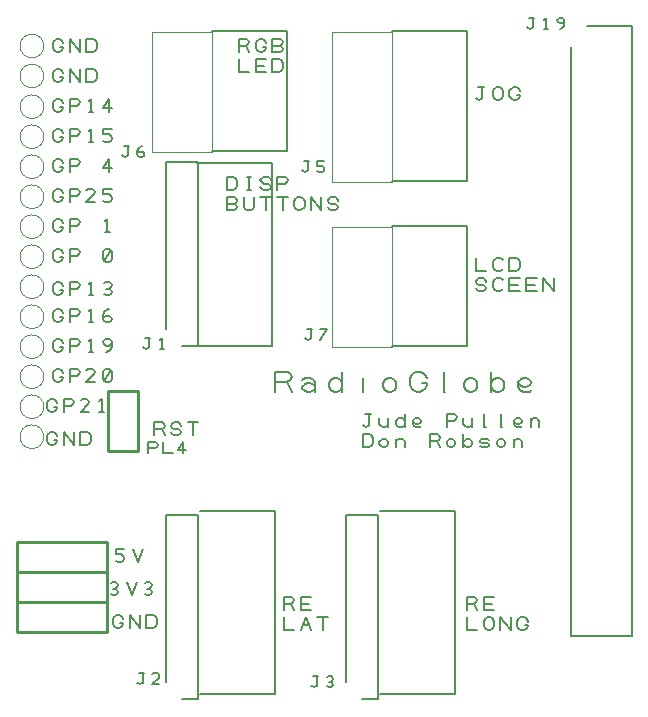
<source format=gbr>
G04 DesignSpark PCB PRO Gerber Version 10.1 Build 5299*
G04 #@! TF.Part,Single*
G04 #@! TF.FileFunction,Legend,Top*
G04 #@! TF.FilePolarity,Positive*
%FSLAX35Y35*%
%MOIN*%
%ADD29C,0.00400*%
%ADD70C,0.00500*%
%ADD26C,0.00560*%
%ADD27C,0.00700*%
%ADD28C,0.00787*%
%ADD11C,0.01000*%
G04 #@! TD.AperFunction*
X0Y0D02*
D02*
D11*
X20272Y37003D02*
X50272D01*
Y47003D01*
X20272D01*
Y37003D01*
Y47003D02*
X50272D01*
Y57003D01*
X20272D01*
Y47003D01*
Y57003D02*
X50272D01*
Y67003D01*
X20272D01*
Y57003D01*
X50772Y117253D02*
Y97253D01*
X60772D01*
Y117253D01*
X50772D01*
D02*
D70*
X55272Y195813D02*
X55585Y195500D01*
X56209Y195187D01*
X56835Y195500D01*
X57147Y195813D01*
Y198937D01*
X57772D01*
X57147D02*
X55897D01*
X60272Y196125D02*
X60585Y196750D01*
X61209Y197063D01*
X61835D01*
X62459Y196750D01*
X62772Y196125D01*
X62459Y195500D01*
X61835Y195187D01*
X61209D01*
X60585Y195500D01*
X60272Y196125D01*
Y197063D01*
X60585Y198000D01*
X61209Y198625D01*
X61835Y198937D01*
X60272Y20059D02*
X60585Y19747D01*
X61209Y19434D01*
X61835Y19747D01*
X62147Y20059D01*
Y23184D01*
X62772D01*
X62147D02*
X60897D01*
X67772Y19434D02*
X65272D01*
X67459Y21622D01*
X67772Y22247D01*
X67459Y22872D01*
X66835Y23184D01*
X65897D01*
X65272Y22872D01*
X62250Y131813D02*
X62563Y131500D01*
X63187Y131187D01*
X63813Y131500D01*
X64125Y131813D01*
Y134937D01*
X64750D01*
X64125D02*
X62875D01*
X67875Y131187D02*
X69125D01*
X68500D02*
Y134937D01*
X67875Y134313D01*
X64022Y96441D02*
Y100191D01*
X66209D01*
X66835Y99878D01*
X67147Y99253D01*
X66835Y98628D01*
X66209Y98316D01*
X64022D01*
X69022Y100191D02*
Y96441D01*
X72147D01*
X75585D02*
Y100191D01*
X74022Y97691D01*
X76522D01*
X80250Y193250D02*
X105250D01*
Y132250D01*
X80250D01*
X81250Y77250D02*
X106250D01*
Y16250D01*
X81250D01*
X85250Y237250D02*
X110250D01*
Y197250D01*
X85250D01*
X115272Y190813D02*
X115585Y190500D01*
X116209Y190187D01*
X116835Y190500D01*
X117147Y190813D01*
Y193937D01*
X117772D01*
X117147D02*
X115897D01*
X120272Y190500D02*
X120897Y190187D01*
X121835D01*
X122459Y190500D01*
X122772Y191125D01*
Y191437D01*
X122459Y192063D01*
X121835Y192375D01*
X120272D01*
Y193937D01*
X122772D01*
X116250Y134813D02*
X116563Y134500D01*
X117187Y134187D01*
X117813Y134500D01*
X118125Y134813D01*
Y137937D01*
X118750D01*
X118125D02*
X116875D01*
X121250Y134187D02*
X123750Y137937D01*
X121250D01*
X118250Y19059D02*
X118563Y18747D01*
X119187Y18434D01*
X119813Y18747D01*
X120125Y19059D01*
Y22184D01*
X120750D01*
X120125D02*
X118875D01*
X123563Y18747D02*
X124187Y18434D01*
X124813D01*
X125437Y18747D01*
X125750Y19372D01*
X125437Y19997D01*
X124813Y20309D01*
X124187D01*
X124813D02*
X125437Y20622D01*
X125750Y21247D01*
X125437Y21872D01*
X124813Y22184D01*
X124187D01*
X123563Y21872D01*
X141250Y77250D02*
X166250D01*
Y16250D01*
X141250D01*
X145250Y172250D02*
X170250D01*
Y132250D01*
X145250D01*
Y237250D02*
X170250D01*
Y187250D01*
X145250D01*
X190272Y238566D02*
X190585Y238253D01*
X191209Y237941D01*
X191835Y238253D01*
X192147Y238566D01*
Y241691D01*
X192772D01*
X192147D02*
X190897D01*
X195897Y237941D02*
X197147D01*
X196522D02*
Y241691D01*
X195897Y241066D01*
X201209Y237941D02*
X201835Y238253D01*
X202459Y238878D01*
X202772Y239816D01*
Y240753D01*
X202459Y241378D01*
X201835Y241691D01*
X201209D01*
X200585Y241378D01*
X200272Y240753D01*
X200585Y240128D01*
X201209Y239816D01*
X201835D01*
X202459Y240128D01*
X202772Y240753D01*
D02*
D26*
X32700Y101050D02*
X33750D01*
Y100700D01*
X33400Y100000D01*
X33050Y99650D01*
X32350Y99300D01*
X31650D01*
X30950Y99650D01*
X30600Y100000D01*
X30250Y100700D01*
Y102100D01*
X30600Y102800D01*
X30950Y103150D01*
X31650Y103500D01*
X32350D01*
X33050Y103150D01*
X33400Y102800D01*
X33750Y102100D01*
X35850Y99300D02*
Y103500D01*
X39350Y99300D01*
Y103500D01*
X41450Y99300D02*
Y103500D01*
X43550D01*
X44250Y103150D01*
X44600Y102800D01*
X44950Y102100D01*
Y100700D01*
X44600Y100000D01*
X44250Y99650D01*
X43550Y99300D01*
X41450D01*
X32722Y112050D02*
X33772D01*
Y111700D01*
X33422Y111000D01*
X33072Y110650D01*
X32372Y110300D01*
X31672D01*
X30972Y110650D01*
X30622Y111000D01*
X30272Y111700D01*
Y113100D01*
X30622Y113800D01*
X30972Y114150D01*
X31672Y114500D01*
X32372D01*
X33072Y114150D01*
X33422Y113800D01*
X33772Y113100D01*
X35872Y110300D02*
Y114500D01*
X38322D01*
X39022Y114150D01*
X39372Y113450D01*
X39022Y112750D01*
X38322Y112400D01*
X35872D01*
X44272Y110300D02*
X41472D01*
X43922Y112750D01*
X44272Y113450D01*
X43922Y114150D01*
X43222Y114500D01*
X42172D01*
X41472Y114150D01*
X47772Y110300D02*
X49172D01*
X48472D02*
Y114500D01*
X47772Y113800D01*
X34700Y122050D02*
X35750D01*
Y121700D01*
X35400Y121000D01*
X35050Y120650D01*
X34350Y120300D01*
X33650D01*
X32950Y120650D01*
X32600Y121000D01*
X32250Y121700D01*
Y123100D01*
X32600Y123800D01*
X32950Y124150D01*
X33650Y124500D01*
X34350D01*
X35050Y124150D01*
X35400Y123800D01*
X35750Y123100D01*
X37850Y120300D02*
Y124500D01*
X40300D01*
X41000Y124150D01*
X41350Y123450D01*
X41000Y122750D01*
X40300Y122400D01*
X37850D01*
X46250Y120300D02*
X43450D01*
X45900Y122750D01*
X46250Y123450D01*
X45900Y124150D01*
X45200Y124500D01*
X44150D01*
X43450Y124150D01*
X49400Y120650D02*
X50100Y120300D01*
X50800D01*
X51500Y120650D01*
X51850Y121350D01*
Y123450D01*
X51500Y124150D01*
X50800Y124500D01*
X50100D01*
X49400Y124150D01*
X49050Y123450D01*
Y121350D01*
X49400Y120650D01*
X51500Y124150D01*
X34700Y132050D02*
X35750D01*
Y131700D01*
X35400Y131000D01*
X35050Y130650D01*
X34350Y130300D01*
X33650D01*
X32950Y130650D01*
X32600Y131000D01*
X32250Y131700D01*
Y133100D01*
X32600Y133800D01*
X32950Y134150D01*
X33650Y134500D01*
X34350D01*
X35050Y134150D01*
X35400Y133800D01*
X35750Y133100D01*
X37850Y130300D02*
Y134500D01*
X40300D01*
X41000Y134150D01*
X41350Y133450D01*
X41000Y132750D01*
X40300Y132400D01*
X37850D01*
X44150Y130300D02*
X45550D01*
X44850D02*
Y134500D01*
X44150Y133800D01*
X50100Y130300D02*
X50800Y130650D01*
X51500Y131350D01*
X51850Y132400D01*
Y133450D01*
X51500Y134150D01*
X50800Y134500D01*
X50100D01*
X49400Y134150D01*
X49050Y133450D01*
X49400Y132750D01*
X50100Y132400D01*
X50800D01*
X51500Y132750D01*
X51850Y133450D01*
X34700Y142050D02*
X35750D01*
Y141700D01*
X35400Y141000D01*
X35050Y140650D01*
X34350Y140300D01*
X33650D01*
X32950Y140650D01*
X32600Y141000D01*
X32250Y141700D01*
Y143100D01*
X32600Y143800D01*
X32950Y144150D01*
X33650Y144500D01*
X34350D01*
X35050Y144150D01*
X35400Y143800D01*
X35750Y143100D01*
X37850Y140300D02*
Y144500D01*
X40300D01*
X41000Y144150D01*
X41350Y143450D01*
X41000Y142750D01*
X40300Y142400D01*
X37850D01*
X44150Y140300D02*
X45550D01*
X44850D02*
Y144500D01*
X44150Y143800D01*
X49050Y141350D02*
X49400Y142050D01*
X50100Y142400D01*
X50800D01*
X51500Y142050D01*
X51850Y141350D01*
X51500Y140650D01*
X50800Y140300D01*
X50100D01*
X49400Y140650D01*
X49050Y141350D01*
Y142400D01*
X49400Y143450D01*
X50100Y144150D01*
X50800Y144500D01*
X34700Y151050D02*
X35750D01*
Y150700D01*
X35400Y150000D01*
X35050Y149650D01*
X34350Y149300D01*
X33650D01*
X32950Y149650D01*
X32600Y150000D01*
X32250Y150700D01*
Y152100D01*
X32600Y152800D01*
X32950Y153150D01*
X33650Y153500D01*
X34350D01*
X35050Y153150D01*
X35400Y152800D01*
X35750Y152100D01*
X37850Y149300D02*
Y153500D01*
X40300D01*
X41000Y153150D01*
X41350Y152450D01*
X41000Y151750D01*
X40300Y151400D01*
X37850D01*
X44150Y149300D02*
X45550D01*
X44850D02*
Y153500D01*
X44150Y152800D01*
X49400Y149650D02*
X50100Y149300D01*
X50800D01*
X51500Y149650D01*
X51850Y150350D01*
X51500Y151050D01*
X50800Y151400D01*
X50100D01*
X50800D02*
X51500Y151750D01*
X51850Y152450D01*
X51500Y153150D01*
X50800Y153500D01*
X50100D01*
X49400Y153150D01*
X34700Y162050D02*
X35750D01*
Y161700D01*
X35400Y161000D01*
X35050Y160650D01*
X34350Y160300D01*
X33650D01*
X32950Y160650D01*
X32600Y161000D01*
X32250Y161700D01*
Y163100D01*
X32600Y163800D01*
X32950Y164150D01*
X33650Y164500D01*
X34350D01*
X35050Y164150D01*
X35400Y163800D01*
X35750Y163100D01*
X37850Y160300D02*
Y164500D01*
X40300D01*
X41000Y164150D01*
X41350Y163450D01*
X41000Y162750D01*
X40300Y162400D01*
X37850D01*
X49400Y160650D02*
X50100Y160300D01*
X50800D01*
X51500Y160650D01*
X51850Y161350D01*
Y163450D01*
X51500Y164150D01*
X50800Y164500D01*
X50100D01*
X49400Y164150D01*
X49050Y163450D01*
Y161350D01*
X49400Y160650D01*
X51500Y164150D01*
X34700Y172050D02*
X35750D01*
Y171700D01*
X35400Y171000D01*
X35050Y170650D01*
X34350Y170300D01*
X33650D01*
X32950Y170650D01*
X32600Y171000D01*
X32250Y171700D01*
Y173100D01*
X32600Y173800D01*
X32950Y174150D01*
X33650Y174500D01*
X34350D01*
X35050Y174150D01*
X35400Y173800D01*
X35750Y173100D01*
X37850Y170300D02*
Y174500D01*
X40300D01*
X41000Y174150D01*
X41350Y173450D01*
X41000Y172750D01*
X40300Y172400D01*
X37850D01*
X49750Y170300D02*
X51150D01*
X50450D02*
Y174500D01*
X49750Y173800D01*
X34700Y182050D02*
X35750D01*
Y181700D01*
X35400Y181000D01*
X35050Y180650D01*
X34350Y180300D01*
X33650D01*
X32950Y180650D01*
X32600Y181000D01*
X32250Y181700D01*
Y183100D01*
X32600Y183800D01*
X32950Y184150D01*
X33650Y184500D01*
X34350D01*
X35050Y184150D01*
X35400Y183800D01*
X35750Y183100D01*
X37850Y180300D02*
Y184500D01*
X40300D01*
X41000Y184150D01*
X41350Y183450D01*
X41000Y182750D01*
X40300Y182400D01*
X37850D01*
X46250Y180300D02*
X43450D01*
X45900Y182750D01*
X46250Y183450D01*
X45900Y184150D01*
X45200Y184500D01*
X44150D01*
X43450Y184150D01*
X49050Y180650D02*
X49750Y180300D01*
X50800D01*
X51500Y180650D01*
X51850Y181350D01*
Y181700D01*
X51500Y182400D01*
X50800Y182750D01*
X49050D01*
Y184500D01*
X51850D01*
X34700Y192050D02*
X35750D01*
Y191700D01*
X35400Y191000D01*
X35050Y190650D01*
X34350Y190300D01*
X33650D01*
X32950Y190650D01*
X32600Y191000D01*
X32250Y191700D01*
Y193100D01*
X32600Y193800D01*
X32950Y194150D01*
X33650Y194500D01*
X34350D01*
X35050Y194150D01*
X35400Y193800D01*
X35750Y193100D01*
X37850Y190300D02*
Y194500D01*
X40300D01*
X41000Y194150D01*
X41350Y193450D01*
X41000Y192750D01*
X40300Y192400D01*
X37850D01*
X50800Y190300D02*
Y194500D01*
X49050Y191700D01*
X51850D01*
X34700Y202050D02*
X35750D01*
Y201700D01*
X35400Y201000D01*
X35050Y200650D01*
X34350Y200300D01*
X33650D01*
X32950Y200650D01*
X32600Y201000D01*
X32250Y201700D01*
Y203100D01*
X32600Y203800D01*
X32950Y204150D01*
X33650Y204500D01*
X34350D01*
X35050Y204150D01*
X35400Y203800D01*
X35750Y203100D01*
X37850Y200300D02*
Y204500D01*
X40300D01*
X41000Y204150D01*
X41350Y203450D01*
X41000Y202750D01*
X40300Y202400D01*
X37850D01*
X44150Y200300D02*
X45550D01*
X44850D02*
Y204500D01*
X44150Y203800D01*
X49050Y200650D02*
X49750Y200300D01*
X50800D01*
X51500Y200650D01*
X51850Y201350D01*
Y201700D01*
X51500Y202400D01*
X50800Y202750D01*
X49050D01*
Y204500D01*
X51850D01*
X34700Y212050D02*
X35750D01*
Y211700D01*
X35400Y211000D01*
X35050Y210650D01*
X34350Y210300D01*
X33650D01*
X32950Y210650D01*
X32600Y211000D01*
X32250Y211700D01*
Y213100D01*
X32600Y213800D01*
X32950Y214150D01*
X33650Y214500D01*
X34350D01*
X35050Y214150D01*
X35400Y213800D01*
X35750Y213100D01*
X37850Y210300D02*
Y214500D01*
X40300D01*
X41000Y214150D01*
X41350Y213450D01*
X41000Y212750D01*
X40300Y212400D01*
X37850D01*
X44150Y210300D02*
X45550D01*
X44850D02*
Y214500D01*
X44150Y213800D01*
X50800Y210300D02*
Y214500D01*
X49050Y211700D01*
X51850D01*
X34700Y222050D02*
X35750D01*
Y221700D01*
X35400Y221000D01*
X35050Y220650D01*
X34350Y220300D01*
X33650D01*
X32950Y220650D01*
X32600Y221000D01*
X32250Y221700D01*
Y223100D01*
X32600Y223800D01*
X32950Y224150D01*
X33650Y224500D01*
X34350D01*
X35050Y224150D01*
X35400Y223800D01*
X35750Y223100D01*
X37850Y220300D02*
Y224500D01*
X41350Y220300D01*
Y224500D01*
X43450Y220300D02*
Y224500D01*
X45550D01*
X46250Y224150D01*
X46600Y223800D01*
X46950Y223100D01*
Y221700D01*
X46600Y221000D01*
X46250Y220650D01*
X45550Y220300D01*
X43450D01*
X34700Y232050D02*
X35750D01*
Y231700D01*
X35400Y231000D01*
X35050Y230650D01*
X34350Y230300D01*
X33650D01*
X32950Y230650D01*
X32600Y231000D01*
X32250Y231700D01*
Y233100D01*
X32600Y233800D01*
X32950Y234150D01*
X33650Y234500D01*
X34350D01*
X35050Y234150D01*
X35400Y233800D01*
X35750Y233100D01*
X37850Y230300D02*
Y234500D01*
X41350Y230300D01*
Y234500D01*
X43450Y230300D02*
Y234500D01*
X45550D01*
X46250Y234150D01*
X46600Y233800D01*
X46950Y233100D01*
Y231700D01*
X46600Y231000D01*
X46250Y230650D01*
X45550Y230300D01*
X43450D01*
X51600Y49650D02*
X52300Y49300D01*
X53000D01*
X53700Y49650D01*
X54050Y50350D01*
X53700Y51050D01*
X53000Y51400D01*
X52300D01*
X53000D02*
X53700Y51750D01*
X54050Y52450D01*
X53700Y53150D01*
X53000Y53500D01*
X52300D01*
X51600Y53150D01*
X56850Y53500D02*
X58600Y49300D01*
X60350Y53500D01*
X62800Y49650D02*
X63500Y49300D01*
X64200D01*
X64900Y49650D01*
X65250Y50350D01*
X64900Y51050D01*
X64200Y51400D01*
X63500D01*
X64200D02*
X64900Y51750D01*
X65250Y52450D01*
X64900Y53150D01*
X64200Y53500D01*
X63500D01*
X62800Y53150D01*
X54700Y40050D02*
X55750D01*
Y39700D01*
X55400Y39000D01*
X55050Y38650D01*
X54350Y38300D01*
X53650D01*
X52950Y38650D01*
X52600Y39000D01*
X52250Y39700D01*
Y41100D01*
X52600Y41800D01*
X52950Y42150D01*
X53650Y42500D01*
X54350D01*
X55050Y42150D01*
X55400Y41800D01*
X55750Y41100D01*
X57850Y38300D02*
Y42500D01*
X61350Y38300D01*
Y42500D01*
X63450Y38300D02*
Y42500D01*
X65550D01*
X66250Y42150D01*
X66600Y41800D01*
X66950Y41100D01*
Y39700D01*
X66600Y39000D01*
X66250Y38650D01*
X65550Y38300D01*
X63450D01*
X53250Y60650D02*
X53950Y60300D01*
X55000D01*
X55700Y60650D01*
X56050Y61350D01*
Y61700D01*
X55700Y62400D01*
X55000Y62750D01*
X53250D01*
Y64500D01*
X56050D01*
X58850D02*
X60600Y60300D01*
X62350Y64500D01*
X66022Y102553D02*
Y106753D01*
X68472D01*
X69172Y106403D01*
X69522Y105703D01*
X69172Y105003D01*
X68472Y104653D01*
X66022D01*
X68472D02*
X69522Y102553D01*
X71622Y103603D02*
X71972Y102903D01*
X72672Y102553D01*
X74072D01*
X74772Y102903D01*
X75122Y103603D01*
X74772Y104303D01*
X74072Y104653D01*
X72672D01*
X71972Y105003D01*
X71622Y105703D01*
X71972Y106403D01*
X72672Y106753D01*
X74072D01*
X74772Y106403D01*
X75122Y105703D01*
X78972Y102553D02*
Y106753D01*
X77222D02*
X80722D01*
X90250Y184300D02*
Y188500D01*
X92350D01*
X93050Y188150D01*
X93400Y187800D01*
X93750Y187100D01*
Y185700D01*
X93400Y185000D01*
X93050Y184650D01*
X92350Y184300D01*
X90250D01*
X96900D02*
X98300D01*
X97600D02*
Y188500D01*
X96900D02*
X98300D01*
X101450Y185350D02*
X101800Y184650D01*
X102500Y184300D01*
X103900D01*
X104600Y184650D01*
X104950Y185350D01*
X104600Y186050D01*
X103900Y186400D01*
X102500D01*
X101800Y186750D01*
X101450Y187450D01*
X101800Y188150D01*
X102500Y188500D01*
X103900D01*
X104600Y188150D01*
X104950Y187450D01*
X107050Y184300D02*
Y188500D01*
X109500D01*
X110200Y188150D01*
X110550Y187450D01*
X110200Y186750D01*
X109500Y186400D01*
X107050D01*
X92700Y179680D02*
X93400Y179330D01*
X93750Y178630D01*
X93400Y177930D01*
X92700Y177580D01*
X90250D01*
Y181780D01*
X92700D01*
X93400Y181430D01*
X93750Y180730D01*
X93400Y180030D01*
X92700Y179680D01*
X90250D01*
X95850Y181780D02*
Y178630D01*
X96200Y177930D01*
X96900Y177580D01*
X98300D01*
X99000Y177930D01*
X99350Y178630D01*
Y181780D01*
X103200Y177580D02*
Y181780D01*
X101450D02*
X104950D01*
X108800Y177580D02*
Y181780D01*
X107050D02*
X110550D01*
X112650Y178980D02*
Y180380D01*
X113000Y181080D01*
X113350Y181430D01*
X114050Y181780D01*
X114750D01*
X115450Y181430D01*
X115800Y181080D01*
X116150Y180380D01*
Y178980D01*
X115800Y178280D01*
X115450Y177930D01*
X114750Y177580D01*
X114050D01*
X113350Y177930D01*
X113000Y178280D01*
X112650Y178980D01*
X118250Y177580D02*
Y181780D01*
X121750Y177580D01*
Y181780D01*
X123850Y178630D02*
X124200Y177930D01*
X124900Y177580D01*
X126300D01*
X127000Y177930D01*
X127350Y178630D01*
X127000Y179330D01*
X126300Y179680D01*
X124900D01*
X124200Y180030D01*
X123850Y180730D01*
X124200Y181430D01*
X124900Y181780D01*
X126300D01*
X127000Y181430D01*
X127350Y180730D01*
X94250Y230300D02*
Y234500D01*
X96700D01*
X97400Y234150D01*
X97750Y233450D01*
X97400Y232750D01*
X96700Y232400D01*
X94250D01*
X96700D02*
X97750Y230300D01*
X102300Y232050D02*
X103350D01*
Y231700D01*
X103000Y231000D01*
X102650Y230650D01*
X101950Y230300D01*
X101250D01*
X100550Y230650D01*
X100200Y231000D01*
X99850Y231700D01*
Y233100D01*
X100200Y233800D01*
X100550Y234150D01*
X101250Y234500D01*
X101950D01*
X102650Y234150D01*
X103000Y233800D01*
X103350Y233100D01*
X107900Y232400D02*
X108600Y232050D01*
X108950Y231350D01*
X108600Y230650D01*
X107900Y230300D01*
X105450D01*
Y234500D01*
X107900D01*
X108600Y234150D01*
X108950Y233450D01*
X108600Y232750D01*
X107900Y232400D01*
X105450D01*
X94250Y227780D02*
Y223580D01*
X97750D01*
X99850D02*
Y227780D01*
X103350D01*
X102650Y225680D02*
X99850D01*
Y223580D02*
X103350D01*
X105450D02*
Y227780D01*
X107550D01*
X108250Y227430D01*
X108600Y227080D01*
X108950Y226380D01*
Y224980D01*
X108600Y224280D01*
X108250Y223930D01*
X107550Y223580D01*
X105450D01*
X109250Y44300D02*
Y48500D01*
X111700D01*
X112400Y48150D01*
X112750Y47450D01*
X112400Y46750D01*
X111700Y46400D01*
X109250D01*
X111700D02*
X112750Y44300D01*
X114850D02*
Y48500D01*
X118350D01*
X117650Y46400D02*
X114850D01*
Y44300D02*
X118350D01*
X109250Y41780D02*
Y37580D01*
X112750D01*
X114850D02*
X116600Y41780D01*
X118350Y37580D01*
X115550Y39330D02*
X117650D01*
X122200Y37580D02*
Y41780D01*
X120450D02*
X123950D01*
X135522Y106003D02*
X135872Y105653D01*
X136572Y105303D01*
X137272Y105653D01*
X137622Y106003D01*
Y109503D01*
X138322D01*
X137622D02*
X136222D01*
X141122Y108103D02*
Y106353D01*
X141472Y105653D01*
X142172Y105303D01*
X142872D01*
X143572Y105653D01*
X143922Y106353D01*
Y108103D02*
Y105303D01*
X149522Y107053D02*
X149172Y107753D01*
X148472Y108103D01*
X147772D01*
X147072Y107753D01*
X146722Y107053D01*
Y106353D01*
X147072Y105653D01*
X147772Y105303D01*
X148472D01*
X149172Y105653D01*
X149522Y106353D01*
Y105303D02*
Y109503D01*
X155122Y105653D02*
X154772Y105303D01*
X154072D01*
X153372D01*
X152672Y105653D01*
X152322Y106353D01*
Y107403D01*
X152672Y107753D01*
X153372Y108103D01*
X154072D01*
X154772Y107753D01*
X155122Y107403D01*
Y107053D01*
X154772Y106703D01*
X154072Y106353D01*
X153372D01*
X152672Y106703D01*
X152322Y107053D01*
X163522Y105303D02*
Y109503D01*
X165972D01*
X166672Y109153D01*
X167022Y108453D01*
X166672Y107753D01*
X165972Y107403D01*
X163522D01*
X169122Y108103D02*
Y106353D01*
X169472Y105653D01*
X170172Y105303D01*
X170872D01*
X171572Y105653D01*
X171922Y106353D01*
Y108103D02*
Y105303D01*
X176472D02*
X176122D01*
Y109503D01*
X182072Y105303D02*
X181722D01*
Y109503D01*
X188722Y105653D02*
X188372Y105303D01*
X187672D01*
X186972D01*
X186272Y105653D01*
X185922Y106353D01*
Y107403D01*
X186272Y107753D01*
X186972Y108103D01*
X187672D01*
X188372Y107753D01*
X188722Y107403D01*
Y107053D01*
X188372Y106703D01*
X187672Y106353D01*
X186972D01*
X186272Y106703D01*
X185922Y107053D01*
X191522Y105303D02*
Y108103D01*
Y107053D02*
X191872Y107753D01*
X192572Y108103D01*
X193272D01*
X193972Y107753D01*
X194322Y107053D01*
Y105303D01*
X135522Y98583D02*
Y102783D01*
X137622D01*
X138322Y102433D01*
X138672Y102083D01*
X139022Y101383D01*
Y99983D01*
X138672Y99283D01*
X138322Y98933D01*
X137622Y98583D01*
X135522D01*
X141122Y99633D02*
X141472Y98933D01*
X142172Y98583D01*
X142872D01*
X143572Y98933D01*
X143922Y99633D01*
Y100333D01*
X143572Y101033D01*
X142872Y101383D01*
X142172D01*
X141472Y101033D01*
X141122Y100333D01*
Y99633D01*
X146722Y98583D02*
Y101383D01*
Y100333D02*
X147072Y101033D01*
X147772Y101383D01*
X148472D01*
X149172Y101033D01*
X149522Y100333D01*
Y98583D01*
X157922D02*
Y102783D01*
X160372D01*
X161072Y102433D01*
X161422Y101733D01*
X161072Y101033D01*
X160372Y100683D01*
X157922D01*
X160372D02*
X161422Y98583D01*
X163522Y99633D02*
X163872Y98933D01*
X164572Y98583D01*
X165272D01*
X165972Y98933D01*
X166322Y99633D01*
Y100333D01*
X165972Y101033D01*
X165272Y101383D01*
X164572D01*
X163872Y101033D01*
X163522Y100333D01*
Y99633D01*
X169122D02*
X169472Y98933D01*
X170172Y98583D01*
X170872D01*
X171572Y98933D01*
X171922Y99633D01*
Y100333D01*
X171572Y101033D01*
X170872Y101383D01*
X170172D01*
X169472Y101033D01*
X169122Y100333D01*
Y98583D02*
Y102783D01*
X174722Y98933D02*
X175422Y98583D01*
X176822D01*
X177522Y98933D01*
Y99633D01*
X176822Y99983D01*
X175422D01*
X174722Y100333D01*
Y101033D01*
X175422Y101383D01*
X176822D01*
X177522Y101033D01*
X180322Y99633D02*
X180672Y98933D01*
X181372Y98583D01*
X182072D01*
X182772Y98933D01*
X183122Y99633D01*
Y100333D01*
X182772Y101033D01*
X182072Y101383D01*
X181372D01*
X180672Y101033D01*
X180322Y100333D01*
Y99633D01*
X185922Y98583D02*
Y101383D01*
Y100333D02*
X186272Y101033D01*
X186972Y101383D01*
X187672D01*
X188372Y101033D01*
X188722Y100333D01*
Y98583D01*
X170250Y44300D02*
Y48500D01*
X172700D01*
X173400Y48150D01*
X173750Y47450D01*
X173400Y46750D01*
X172700Y46400D01*
X170250D01*
X172700D02*
X173750Y44300D01*
X175850D02*
Y48500D01*
X179350D01*
X178650Y46400D02*
X175850D01*
Y44300D02*
X179350D01*
X170250Y41780D02*
Y37580D01*
X173750D01*
X175850Y38980D02*
Y40380D01*
X176200Y41080D01*
X176550Y41430D01*
X177250Y41780D01*
X177950D01*
X178650Y41430D01*
X179000Y41080D01*
X179350Y40380D01*
Y38980D01*
X179000Y38280D01*
X178650Y37930D01*
X177950Y37580D01*
X177250D01*
X176550Y37930D01*
X176200Y38280D01*
X175850Y38980D01*
X181450Y37580D02*
Y41780D01*
X184950Y37580D01*
Y41780D01*
X189500Y39330D02*
X190550D01*
Y38980D01*
X190200Y38280D01*
X189850Y37930D01*
X189150Y37580D01*
X188450D01*
X187750Y37930D01*
X187400Y38280D01*
X187050Y38980D01*
Y40380D01*
X187400Y41080D01*
X187750Y41430D01*
X188450Y41780D01*
X189150D01*
X189850Y41430D01*
X190200Y41080D01*
X190550Y40380D01*
X173250Y161500D02*
Y157300D01*
X176750D01*
X182350Y158000D02*
X182000Y157650D01*
X181300Y157300D01*
X180250D01*
X179550Y157650D01*
X179200Y158000D01*
X178850Y158700D01*
Y160100D01*
X179200Y160800D01*
X179550Y161150D01*
X180250Y161500D01*
X181300D01*
X182000Y161150D01*
X182350Y160800D01*
X184450Y157300D02*
Y161500D01*
X186550D01*
X187250Y161150D01*
X187600Y160800D01*
X187950Y160100D01*
Y158700D01*
X187600Y158000D01*
X187250Y157650D01*
X186550Y157300D01*
X184450D01*
X173250Y151630D02*
X173600Y150930D01*
X174300Y150580D01*
X175700D01*
X176400Y150930D01*
X176750Y151630D01*
X176400Y152330D01*
X175700Y152680D01*
X174300D01*
X173600Y153030D01*
X173250Y153730D01*
X173600Y154430D01*
X174300Y154780D01*
X175700D01*
X176400Y154430D01*
X176750Y153730D01*
X182350Y151280D02*
X182000Y150930D01*
X181300Y150580D01*
X180250D01*
X179550Y150930D01*
X179200Y151280D01*
X178850Y151980D01*
Y153380D01*
X179200Y154080D01*
X179550Y154430D01*
X180250Y154780D01*
X181300D01*
X182000Y154430D01*
X182350Y154080D01*
X184450Y150580D02*
Y154780D01*
X187950D01*
X187250Y152680D02*
X184450D01*
Y150580D02*
X187950D01*
X190050D02*
Y154780D01*
X193550D01*
X192850Y152680D02*
X190050D01*
Y150580D02*
X193550D01*
X195650D02*
Y154780D01*
X199150Y150580D01*
Y154780D01*
X173250Y215000D02*
X173600Y214650D01*
X174300Y214300D01*
X175000Y214650D01*
X175350Y215000D01*
Y218500D01*
X176050D01*
X175350D02*
X173950D01*
X178850Y215700D02*
Y217100D01*
X179200Y217800D01*
X179550Y218150D01*
X180250Y218500D01*
X180950D01*
X181650Y218150D01*
X182000Y217800D01*
X182350Y217100D01*
Y215700D01*
X182000Y215000D01*
X181650Y214650D01*
X180950Y214300D01*
X180250D01*
X179550Y214650D01*
X179200Y215000D01*
X178850Y215700D01*
X186900Y216050D02*
X187950D01*
Y215700D01*
X187600Y215000D01*
X187250Y214650D01*
X186550Y214300D01*
X185850D01*
X185150Y214650D01*
X184800Y215000D01*
X184450Y215700D01*
Y217100D01*
X184800Y217800D01*
X185150Y218150D01*
X185850Y218500D01*
X186550D01*
X187250Y218150D01*
X187600Y217800D01*
X187950Y217100D01*
D02*
D27*
X106272Y116937D02*
Y123687D01*
X110209D01*
X111335Y123125D01*
X111897Y122000D01*
X111335Y120875D01*
X110209Y120313D01*
X106272D01*
X110209D02*
X111897Y116937D01*
X115272Y120875D02*
X116397Y121437D01*
X118085D01*
X119209Y120875D01*
X119772Y119750D01*
Y118063D01*
X119209Y117500D01*
X118085Y116937D01*
X116959D01*
X115835Y117500D01*
X115272Y118063D01*
Y118625D01*
X115835Y119187D01*
X116959Y119750D01*
X118085D01*
X119209Y119187D01*
X119772Y118625D01*
Y118063D02*
Y116937D01*
X128772Y119750D02*
X128209Y120875D01*
X127085Y121437D01*
X125959D01*
X124835Y120875D01*
X124272Y119750D01*
Y118625D01*
X124835Y117500D01*
X125959Y116937D01*
X127085D01*
X128209Y117500D01*
X128772Y118625D01*
Y116937D02*
Y123687D01*
X135522Y116937D02*
Y121437D01*
Y123125D02*
X142272Y118625D02*
X142835Y117500D01*
X143959Y116937D01*
X145085D01*
X146209Y117500D01*
X146772Y118625D01*
Y119750D01*
X146209Y120875D01*
X145085Y121437D01*
X143959D01*
X142835Y120875D01*
X142272Y119750D01*
Y118625D01*
X155209Y119750D02*
X156897D01*
Y119187D01*
X156335Y118063D01*
X155772Y117500D01*
X154647Y116937D01*
X153522D01*
X152397Y117500D01*
X151835Y118063D01*
X151272Y119187D01*
Y121437D01*
X151835Y122563D01*
X152397Y123125D01*
X153522Y123687D01*
X154647D01*
X155772Y123125D01*
X156335Y122563D01*
X156897Y121437D01*
X163085Y116937D02*
X162522D01*
Y123687D01*
X169272Y118625D02*
X169835Y117500D01*
X170959Y116937D01*
X172085D01*
X173209Y117500D01*
X173772Y118625D01*
Y119750D01*
X173209Y120875D01*
X172085Y121437D01*
X170959D01*
X169835Y120875D01*
X169272Y119750D01*
Y118625D01*
X178272D02*
X178835Y117500D01*
X179959Y116937D01*
X181085D01*
X182209Y117500D01*
X182772Y118625D01*
Y119750D01*
X182209Y120875D01*
X181085Y121437D01*
X179959D01*
X178835Y120875D01*
X178272Y119750D01*
Y116937D02*
Y123687D01*
X191772Y117500D02*
X191209Y116937D01*
X190085D01*
X188959D01*
X187835Y117500D01*
X187272Y118625D01*
Y120313D01*
X187835Y120875D01*
X188959Y121437D01*
X190085D01*
X191209Y120875D01*
X191772Y120313D01*
Y119750D01*
X191209Y119187D01*
X190085Y118625D01*
X188959D01*
X187835Y119187D01*
X187272Y119750D01*
D02*
D28*
X75272Y14659D02*
X80567D01*
Y75841D01*
X69977D01*
Y20250D01*
X75272Y132239D02*
X80567D01*
Y193420D01*
X69977D01*
Y137830D01*
X135272Y14659D02*
X140567D01*
Y75841D01*
X129977D01*
Y20250D01*
X204937Y232003D02*
Y35625D01*
X225213D01*
Y238775D01*
X210272D01*
D02*
D29*
X25250Y98066D02*
G75*
G03*
Y105940I0J3937D01*
G01*
Y98066D02*
G75*
G02*
Y105940I0J3937D01*
G01*
Y218313D02*
G75*
G03*
Y226187I0J3937D01*
G01*
Y218313D02*
G75*
G02*
Y226187I0J3937D01*
G01*
Y228313D02*
G75*
G03*
Y236187I0J3937D01*
G01*
Y228313D02*
G75*
G02*
Y236187I0J3937D01*
G01*
X25272Y108066D02*
G75*
G03*
Y115940I0J3937D01*
G01*
Y108066D02*
G75*
G02*
Y115940I0J3937D01*
G01*
Y118066D02*
G75*
G03*
Y125940I0J3937D01*
G01*
Y118066D02*
G75*
G02*
Y125940I0J3937D01*
G01*
Y128066D02*
G75*
G03*
Y135940I0J3937D01*
G01*
Y128066D02*
G75*
G02*
Y135940I0J3937D01*
G01*
Y138066D02*
G75*
G03*
Y145940I0J3937D01*
G01*
Y138066D02*
G75*
G02*
Y145940I0J3937D01*
G01*
Y148066D02*
G75*
G03*
Y155940I0J3937D01*
G01*
Y148066D02*
G75*
G02*
Y155940I0J3937D01*
G01*
Y158066D02*
G75*
G03*
Y165940I0J3937D01*
G01*
Y158066D02*
G75*
G02*
Y165940I0J3937D01*
G01*
Y168066D02*
G75*
G03*
Y175940I0J3937D01*
G01*
Y168066D02*
G75*
G02*
Y175940I0J3937D01*
G01*
Y178066D02*
G75*
G03*
Y185940I0J3937D01*
G01*
Y178066D02*
G75*
G02*
Y185940I0J3937D01*
G01*
Y188066D02*
G75*
G03*
Y195940I0J3937D01*
G01*
Y188066D02*
G75*
G02*
Y195940I0J3937D01*
G01*
Y198066D02*
G75*
G03*
Y205940I0J3937D01*
G01*
Y198066D02*
G75*
G02*
Y205940I0J3937D01*
G01*
Y208066D02*
G75*
G03*
Y215940I0J3937D01*
G01*
Y208066D02*
G75*
G02*
Y215940I0J3937D01*
G01*
X85272Y237003D02*
Y197003D01*
X65272D01*
Y237003D01*
X85272D01*
X145272Y172003D02*
Y132003D01*
X125272D01*
Y172003D01*
X145272D01*
Y237003D02*
Y187003D01*
X125272D01*
Y237003D01*
X145272D01*
X0Y0D02*
M02*

</source>
